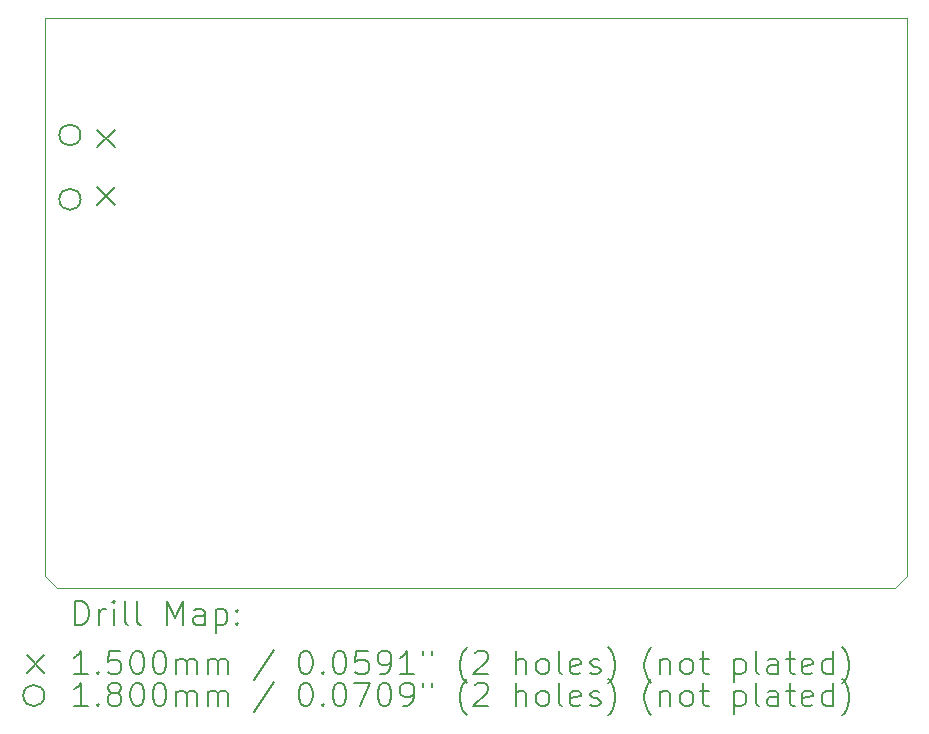
<source format=gbr>
%TF.GenerationSoftware,KiCad,Pcbnew,8.0.6*%
%TF.CreationDate,2024-11-03T10:52:28+01:00*%
%TF.ProjectId,pico_piano,7069636f-5f70-4696-916e-6f2e6b696361,rev?*%
%TF.SameCoordinates,Original*%
%TF.FileFunction,Drillmap*%
%TF.FilePolarity,Positive*%
%FSLAX45Y45*%
G04 Gerber Fmt 4.5, Leading zero omitted, Abs format (unit mm)*
G04 Created by KiCad (PCBNEW 8.0.6) date 2024-11-03 10:52:28*
%MOMM*%
%LPD*%
G01*
G04 APERTURE LIST*
%ADD10C,0.050000*%
%ADD11C,0.200000*%
%ADD12C,0.150000*%
%ADD13C,0.180000*%
G04 APERTURE END LIST*
D10*
X17550000Y-3125000D02*
X17550000Y-3200000D01*
X10250000Y-3125000D02*
X17550000Y-3125000D01*
X10250000Y-3200000D02*
X10250000Y-3125000D01*
X10250000Y-5750000D02*
X10250000Y-7850000D01*
X10250000Y-7850000D02*
X10350000Y-7950000D01*
X17450000Y-7950000D02*
X10350000Y-7950000D01*
X17550000Y-7850000D02*
X17550000Y-3200000D01*
X17450000Y-7950000D02*
X17550000Y-7850000D01*
X10250000Y-5750000D02*
X10250000Y-3200000D01*
D11*
D12*
X10691000Y-4071500D02*
X10841000Y-4221500D01*
X10841000Y-4071500D02*
X10691000Y-4221500D01*
X10691000Y-4556500D02*
X10841000Y-4706500D01*
X10841000Y-4556500D02*
X10691000Y-4706500D01*
D13*
X10553000Y-4116500D02*
G75*
G02*
X10373000Y-4116500I-90000J0D01*
G01*
X10373000Y-4116500D02*
G75*
G02*
X10553000Y-4116500I90000J0D01*
G01*
X10553000Y-4661500D02*
G75*
G02*
X10373000Y-4661500I-90000J0D01*
G01*
X10373000Y-4661500D02*
G75*
G02*
X10553000Y-4661500I90000J0D01*
G01*
D11*
X10508277Y-8263984D02*
X10508277Y-8063984D01*
X10508277Y-8063984D02*
X10555896Y-8063984D01*
X10555896Y-8063984D02*
X10584467Y-8073508D01*
X10584467Y-8073508D02*
X10603515Y-8092555D01*
X10603515Y-8092555D02*
X10613039Y-8111603D01*
X10613039Y-8111603D02*
X10622563Y-8149698D01*
X10622563Y-8149698D02*
X10622563Y-8178269D01*
X10622563Y-8178269D02*
X10613039Y-8216365D01*
X10613039Y-8216365D02*
X10603515Y-8235412D01*
X10603515Y-8235412D02*
X10584467Y-8254460D01*
X10584467Y-8254460D02*
X10555896Y-8263984D01*
X10555896Y-8263984D02*
X10508277Y-8263984D01*
X10708277Y-8263984D02*
X10708277Y-8130650D01*
X10708277Y-8168746D02*
X10717801Y-8149698D01*
X10717801Y-8149698D02*
X10727324Y-8140174D01*
X10727324Y-8140174D02*
X10746372Y-8130650D01*
X10746372Y-8130650D02*
X10765420Y-8130650D01*
X10832086Y-8263984D02*
X10832086Y-8130650D01*
X10832086Y-8063984D02*
X10822563Y-8073508D01*
X10822563Y-8073508D02*
X10832086Y-8083031D01*
X10832086Y-8083031D02*
X10841610Y-8073508D01*
X10841610Y-8073508D02*
X10832086Y-8063984D01*
X10832086Y-8063984D02*
X10832086Y-8083031D01*
X10955896Y-8263984D02*
X10936848Y-8254460D01*
X10936848Y-8254460D02*
X10927324Y-8235412D01*
X10927324Y-8235412D02*
X10927324Y-8063984D01*
X11060658Y-8263984D02*
X11041610Y-8254460D01*
X11041610Y-8254460D02*
X11032086Y-8235412D01*
X11032086Y-8235412D02*
X11032086Y-8063984D01*
X11289229Y-8263984D02*
X11289229Y-8063984D01*
X11289229Y-8063984D02*
X11355896Y-8206841D01*
X11355896Y-8206841D02*
X11422562Y-8063984D01*
X11422562Y-8063984D02*
X11422562Y-8263984D01*
X11603515Y-8263984D02*
X11603515Y-8159222D01*
X11603515Y-8159222D02*
X11593991Y-8140174D01*
X11593991Y-8140174D02*
X11574943Y-8130650D01*
X11574943Y-8130650D02*
X11536848Y-8130650D01*
X11536848Y-8130650D02*
X11517801Y-8140174D01*
X11603515Y-8254460D02*
X11584467Y-8263984D01*
X11584467Y-8263984D02*
X11536848Y-8263984D01*
X11536848Y-8263984D02*
X11517801Y-8254460D01*
X11517801Y-8254460D02*
X11508277Y-8235412D01*
X11508277Y-8235412D02*
X11508277Y-8216365D01*
X11508277Y-8216365D02*
X11517801Y-8197317D01*
X11517801Y-8197317D02*
X11536848Y-8187793D01*
X11536848Y-8187793D02*
X11584467Y-8187793D01*
X11584467Y-8187793D02*
X11603515Y-8178269D01*
X11698753Y-8130650D02*
X11698753Y-8330650D01*
X11698753Y-8140174D02*
X11717801Y-8130650D01*
X11717801Y-8130650D02*
X11755896Y-8130650D01*
X11755896Y-8130650D02*
X11774943Y-8140174D01*
X11774943Y-8140174D02*
X11784467Y-8149698D01*
X11784467Y-8149698D02*
X11793991Y-8168746D01*
X11793991Y-8168746D02*
X11793991Y-8225888D01*
X11793991Y-8225888D02*
X11784467Y-8244936D01*
X11784467Y-8244936D02*
X11774943Y-8254460D01*
X11774943Y-8254460D02*
X11755896Y-8263984D01*
X11755896Y-8263984D02*
X11717801Y-8263984D01*
X11717801Y-8263984D02*
X11698753Y-8254460D01*
X11879705Y-8244936D02*
X11889229Y-8254460D01*
X11889229Y-8254460D02*
X11879705Y-8263984D01*
X11879705Y-8263984D02*
X11870182Y-8254460D01*
X11870182Y-8254460D02*
X11879705Y-8244936D01*
X11879705Y-8244936D02*
X11879705Y-8263984D01*
X11879705Y-8140174D02*
X11889229Y-8149698D01*
X11889229Y-8149698D02*
X11879705Y-8159222D01*
X11879705Y-8159222D02*
X11870182Y-8149698D01*
X11870182Y-8149698D02*
X11879705Y-8140174D01*
X11879705Y-8140174D02*
X11879705Y-8159222D01*
D12*
X10097500Y-8517500D02*
X10247500Y-8667500D01*
X10247500Y-8517500D02*
X10097500Y-8667500D01*
D11*
X10613039Y-8683984D02*
X10498753Y-8683984D01*
X10555896Y-8683984D02*
X10555896Y-8483984D01*
X10555896Y-8483984D02*
X10536848Y-8512555D01*
X10536848Y-8512555D02*
X10517801Y-8531603D01*
X10517801Y-8531603D02*
X10498753Y-8541127D01*
X10698753Y-8664936D02*
X10708277Y-8674460D01*
X10708277Y-8674460D02*
X10698753Y-8683984D01*
X10698753Y-8683984D02*
X10689229Y-8674460D01*
X10689229Y-8674460D02*
X10698753Y-8664936D01*
X10698753Y-8664936D02*
X10698753Y-8683984D01*
X10889229Y-8483984D02*
X10793991Y-8483984D01*
X10793991Y-8483984D02*
X10784467Y-8579222D01*
X10784467Y-8579222D02*
X10793991Y-8569698D01*
X10793991Y-8569698D02*
X10813039Y-8560174D01*
X10813039Y-8560174D02*
X10860658Y-8560174D01*
X10860658Y-8560174D02*
X10879705Y-8569698D01*
X10879705Y-8569698D02*
X10889229Y-8579222D01*
X10889229Y-8579222D02*
X10898753Y-8598270D01*
X10898753Y-8598270D02*
X10898753Y-8645889D01*
X10898753Y-8645889D02*
X10889229Y-8664936D01*
X10889229Y-8664936D02*
X10879705Y-8674460D01*
X10879705Y-8674460D02*
X10860658Y-8683984D01*
X10860658Y-8683984D02*
X10813039Y-8683984D01*
X10813039Y-8683984D02*
X10793991Y-8674460D01*
X10793991Y-8674460D02*
X10784467Y-8664936D01*
X11022563Y-8483984D02*
X11041610Y-8483984D01*
X11041610Y-8483984D02*
X11060658Y-8493508D01*
X11060658Y-8493508D02*
X11070182Y-8503031D01*
X11070182Y-8503031D02*
X11079705Y-8522079D01*
X11079705Y-8522079D02*
X11089229Y-8560174D01*
X11089229Y-8560174D02*
X11089229Y-8607793D01*
X11089229Y-8607793D02*
X11079705Y-8645889D01*
X11079705Y-8645889D02*
X11070182Y-8664936D01*
X11070182Y-8664936D02*
X11060658Y-8674460D01*
X11060658Y-8674460D02*
X11041610Y-8683984D01*
X11041610Y-8683984D02*
X11022563Y-8683984D01*
X11022563Y-8683984D02*
X11003515Y-8674460D01*
X11003515Y-8674460D02*
X10993991Y-8664936D01*
X10993991Y-8664936D02*
X10984467Y-8645889D01*
X10984467Y-8645889D02*
X10974944Y-8607793D01*
X10974944Y-8607793D02*
X10974944Y-8560174D01*
X10974944Y-8560174D02*
X10984467Y-8522079D01*
X10984467Y-8522079D02*
X10993991Y-8503031D01*
X10993991Y-8503031D02*
X11003515Y-8493508D01*
X11003515Y-8493508D02*
X11022563Y-8483984D01*
X11213039Y-8483984D02*
X11232086Y-8483984D01*
X11232086Y-8483984D02*
X11251134Y-8493508D01*
X11251134Y-8493508D02*
X11260658Y-8503031D01*
X11260658Y-8503031D02*
X11270182Y-8522079D01*
X11270182Y-8522079D02*
X11279705Y-8560174D01*
X11279705Y-8560174D02*
X11279705Y-8607793D01*
X11279705Y-8607793D02*
X11270182Y-8645889D01*
X11270182Y-8645889D02*
X11260658Y-8664936D01*
X11260658Y-8664936D02*
X11251134Y-8674460D01*
X11251134Y-8674460D02*
X11232086Y-8683984D01*
X11232086Y-8683984D02*
X11213039Y-8683984D01*
X11213039Y-8683984D02*
X11193991Y-8674460D01*
X11193991Y-8674460D02*
X11184467Y-8664936D01*
X11184467Y-8664936D02*
X11174944Y-8645889D01*
X11174944Y-8645889D02*
X11165420Y-8607793D01*
X11165420Y-8607793D02*
X11165420Y-8560174D01*
X11165420Y-8560174D02*
X11174944Y-8522079D01*
X11174944Y-8522079D02*
X11184467Y-8503031D01*
X11184467Y-8503031D02*
X11193991Y-8493508D01*
X11193991Y-8493508D02*
X11213039Y-8483984D01*
X11365420Y-8683984D02*
X11365420Y-8550650D01*
X11365420Y-8569698D02*
X11374943Y-8560174D01*
X11374943Y-8560174D02*
X11393991Y-8550650D01*
X11393991Y-8550650D02*
X11422563Y-8550650D01*
X11422563Y-8550650D02*
X11441610Y-8560174D01*
X11441610Y-8560174D02*
X11451134Y-8579222D01*
X11451134Y-8579222D02*
X11451134Y-8683984D01*
X11451134Y-8579222D02*
X11460658Y-8560174D01*
X11460658Y-8560174D02*
X11479705Y-8550650D01*
X11479705Y-8550650D02*
X11508277Y-8550650D01*
X11508277Y-8550650D02*
X11527324Y-8560174D01*
X11527324Y-8560174D02*
X11536848Y-8579222D01*
X11536848Y-8579222D02*
X11536848Y-8683984D01*
X11632086Y-8683984D02*
X11632086Y-8550650D01*
X11632086Y-8569698D02*
X11641610Y-8560174D01*
X11641610Y-8560174D02*
X11660658Y-8550650D01*
X11660658Y-8550650D02*
X11689229Y-8550650D01*
X11689229Y-8550650D02*
X11708277Y-8560174D01*
X11708277Y-8560174D02*
X11717801Y-8579222D01*
X11717801Y-8579222D02*
X11717801Y-8683984D01*
X11717801Y-8579222D02*
X11727324Y-8560174D01*
X11727324Y-8560174D02*
X11746372Y-8550650D01*
X11746372Y-8550650D02*
X11774943Y-8550650D01*
X11774943Y-8550650D02*
X11793991Y-8560174D01*
X11793991Y-8560174D02*
X11803515Y-8579222D01*
X11803515Y-8579222D02*
X11803515Y-8683984D01*
X12193991Y-8474460D02*
X12022563Y-8731603D01*
X12451134Y-8483984D02*
X12470182Y-8483984D01*
X12470182Y-8483984D02*
X12489229Y-8493508D01*
X12489229Y-8493508D02*
X12498753Y-8503031D01*
X12498753Y-8503031D02*
X12508277Y-8522079D01*
X12508277Y-8522079D02*
X12517801Y-8560174D01*
X12517801Y-8560174D02*
X12517801Y-8607793D01*
X12517801Y-8607793D02*
X12508277Y-8645889D01*
X12508277Y-8645889D02*
X12498753Y-8664936D01*
X12498753Y-8664936D02*
X12489229Y-8674460D01*
X12489229Y-8674460D02*
X12470182Y-8683984D01*
X12470182Y-8683984D02*
X12451134Y-8683984D01*
X12451134Y-8683984D02*
X12432086Y-8674460D01*
X12432086Y-8674460D02*
X12422563Y-8664936D01*
X12422563Y-8664936D02*
X12413039Y-8645889D01*
X12413039Y-8645889D02*
X12403515Y-8607793D01*
X12403515Y-8607793D02*
X12403515Y-8560174D01*
X12403515Y-8560174D02*
X12413039Y-8522079D01*
X12413039Y-8522079D02*
X12422563Y-8503031D01*
X12422563Y-8503031D02*
X12432086Y-8493508D01*
X12432086Y-8493508D02*
X12451134Y-8483984D01*
X12603515Y-8664936D02*
X12613039Y-8674460D01*
X12613039Y-8674460D02*
X12603515Y-8683984D01*
X12603515Y-8683984D02*
X12593991Y-8674460D01*
X12593991Y-8674460D02*
X12603515Y-8664936D01*
X12603515Y-8664936D02*
X12603515Y-8683984D01*
X12736848Y-8483984D02*
X12755896Y-8483984D01*
X12755896Y-8483984D02*
X12774944Y-8493508D01*
X12774944Y-8493508D02*
X12784467Y-8503031D01*
X12784467Y-8503031D02*
X12793991Y-8522079D01*
X12793991Y-8522079D02*
X12803515Y-8560174D01*
X12803515Y-8560174D02*
X12803515Y-8607793D01*
X12803515Y-8607793D02*
X12793991Y-8645889D01*
X12793991Y-8645889D02*
X12784467Y-8664936D01*
X12784467Y-8664936D02*
X12774944Y-8674460D01*
X12774944Y-8674460D02*
X12755896Y-8683984D01*
X12755896Y-8683984D02*
X12736848Y-8683984D01*
X12736848Y-8683984D02*
X12717801Y-8674460D01*
X12717801Y-8674460D02*
X12708277Y-8664936D01*
X12708277Y-8664936D02*
X12698753Y-8645889D01*
X12698753Y-8645889D02*
X12689229Y-8607793D01*
X12689229Y-8607793D02*
X12689229Y-8560174D01*
X12689229Y-8560174D02*
X12698753Y-8522079D01*
X12698753Y-8522079D02*
X12708277Y-8503031D01*
X12708277Y-8503031D02*
X12717801Y-8493508D01*
X12717801Y-8493508D02*
X12736848Y-8483984D01*
X12984467Y-8483984D02*
X12889229Y-8483984D01*
X12889229Y-8483984D02*
X12879706Y-8579222D01*
X12879706Y-8579222D02*
X12889229Y-8569698D01*
X12889229Y-8569698D02*
X12908277Y-8560174D01*
X12908277Y-8560174D02*
X12955896Y-8560174D01*
X12955896Y-8560174D02*
X12974944Y-8569698D01*
X12974944Y-8569698D02*
X12984467Y-8579222D01*
X12984467Y-8579222D02*
X12993991Y-8598270D01*
X12993991Y-8598270D02*
X12993991Y-8645889D01*
X12993991Y-8645889D02*
X12984467Y-8664936D01*
X12984467Y-8664936D02*
X12974944Y-8674460D01*
X12974944Y-8674460D02*
X12955896Y-8683984D01*
X12955896Y-8683984D02*
X12908277Y-8683984D01*
X12908277Y-8683984D02*
X12889229Y-8674460D01*
X12889229Y-8674460D02*
X12879706Y-8664936D01*
X13089229Y-8683984D02*
X13127325Y-8683984D01*
X13127325Y-8683984D02*
X13146372Y-8674460D01*
X13146372Y-8674460D02*
X13155896Y-8664936D01*
X13155896Y-8664936D02*
X13174944Y-8636365D01*
X13174944Y-8636365D02*
X13184467Y-8598270D01*
X13184467Y-8598270D02*
X13184467Y-8522079D01*
X13184467Y-8522079D02*
X13174944Y-8503031D01*
X13174944Y-8503031D02*
X13165420Y-8493508D01*
X13165420Y-8493508D02*
X13146372Y-8483984D01*
X13146372Y-8483984D02*
X13108277Y-8483984D01*
X13108277Y-8483984D02*
X13089229Y-8493508D01*
X13089229Y-8493508D02*
X13079706Y-8503031D01*
X13079706Y-8503031D02*
X13070182Y-8522079D01*
X13070182Y-8522079D02*
X13070182Y-8569698D01*
X13070182Y-8569698D02*
X13079706Y-8588746D01*
X13079706Y-8588746D02*
X13089229Y-8598270D01*
X13089229Y-8598270D02*
X13108277Y-8607793D01*
X13108277Y-8607793D02*
X13146372Y-8607793D01*
X13146372Y-8607793D02*
X13165420Y-8598270D01*
X13165420Y-8598270D02*
X13174944Y-8588746D01*
X13174944Y-8588746D02*
X13184467Y-8569698D01*
X13374944Y-8683984D02*
X13260658Y-8683984D01*
X13317801Y-8683984D02*
X13317801Y-8483984D01*
X13317801Y-8483984D02*
X13298753Y-8512555D01*
X13298753Y-8512555D02*
X13279706Y-8531603D01*
X13279706Y-8531603D02*
X13260658Y-8541127D01*
X13451134Y-8483984D02*
X13451134Y-8522079D01*
X13527325Y-8483984D02*
X13527325Y-8522079D01*
X13822563Y-8760174D02*
X13813039Y-8750650D01*
X13813039Y-8750650D02*
X13793991Y-8722079D01*
X13793991Y-8722079D02*
X13784468Y-8703031D01*
X13784468Y-8703031D02*
X13774944Y-8674460D01*
X13774944Y-8674460D02*
X13765420Y-8626841D01*
X13765420Y-8626841D02*
X13765420Y-8588746D01*
X13765420Y-8588746D02*
X13774944Y-8541127D01*
X13774944Y-8541127D02*
X13784468Y-8512555D01*
X13784468Y-8512555D02*
X13793991Y-8493508D01*
X13793991Y-8493508D02*
X13813039Y-8464936D01*
X13813039Y-8464936D02*
X13822563Y-8455412D01*
X13889229Y-8503031D02*
X13898753Y-8493508D01*
X13898753Y-8493508D02*
X13917801Y-8483984D01*
X13917801Y-8483984D02*
X13965420Y-8483984D01*
X13965420Y-8483984D02*
X13984468Y-8493508D01*
X13984468Y-8493508D02*
X13993991Y-8503031D01*
X13993991Y-8503031D02*
X14003515Y-8522079D01*
X14003515Y-8522079D02*
X14003515Y-8541127D01*
X14003515Y-8541127D02*
X13993991Y-8569698D01*
X13993991Y-8569698D02*
X13879706Y-8683984D01*
X13879706Y-8683984D02*
X14003515Y-8683984D01*
X14241610Y-8683984D02*
X14241610Y-8483984D01*
X14327325Y-8683984D02*
X14327325Y-8579222D01*
X14327325Y-8579222D02*
X14317801Y-8560174D01*
X14317801Y-8560174D02*
X14298753Y-8550650D01*
X14298753Y-8550650D02*
X14270182Y-8550650D01*
X14270182Y-8550650D02*
X14251134Y-8560174D01*
X14251134Y-8560174D02*
X14241610Y-8569698D01*
X14451134Y-8683984D02*
X14432087Y-8674460D01*
X14432087Y-8674460D02*
X14422563Y-8664936D01*
X14422563Y-8664936D02*
X14413039Y-8645889D01*
X14413039Y-8645889D02*
X14413039Y-8588746D01*
X14413039Y-8588746D02*
X14422563Y-8569698D01*
X14422563Y-8569698D02*
X14432087Y-8560174D01*
X14432087Y-8560174D02*
X14451134Y-8550650D01*
X14451134Y-8550650D02*
X14479706Y-8550650D01*
X14479706Y-8550650D02*
X14498753Y-8560174D01*
X14498753Y-8560174D02*
X14508277Y-8569698D01*
X14508277Y-8569698D02*
X14517801Y-8588746D01*
X14517801Y-8588746D02*
X14517801Y-8645889D01*
X14517801Y-8645889D02*
X14508277Y-8664936D01*
X14508277Y-8664936D02*
X14498753Y-8674460D01*
X14498753Y-8674460D02*
X14479706Y-8683984D01*
X14479706Y-8683984D02*
X14451134Y-8683984D01*
X14632087Y-8683984D02*
X14613039Y-8674460D01*
X14613039Y-8674460D02*
X14603515Y-8655412D01*
X14603515Y-8655412D02*
X14603515Y-8483984D01*
X14784468Y-8674460D02*
X14765420Y-8683984D01*
X14765420Y-8683984D02*
X14727325Y-8683984D01*
X14727325Y-8683984D02*
X14708277Y-8674460D01*
X14708277Y-8674460D02*
X14698753Y-8655412D01*
X14698753Y-8655412D02*
X14698753Y-8579222D01*
X14698753Y-8579222D02*
X14708277Y-8560174D01*
X14708277Y-8560174D02*
X14727325Y-8550650D01*
X14727325Y-8550650D02*
X14765420Y-8550650D01*
X14765420Y-8550650D02*
X14784468Y-8560174D01*
X14784468Y-8560174D02*
X14793991Y-8579222D01*
X14793991Y-8579222D02*
X14793991Y-8598270D01*
X14793991Y-8598270D02*
X14698753Y-8617317D01*
X14870182Y-8674460D02*
X14889230Y-8683984D01*
X14889230Y-8683984D02*
X14927325Y-8683984D01*
X14927325Y-8683984D02*
X14946372Y-8674460D01*
X14946372Y-8674460D02*
X14955896Y-8655412D01*
X14955896Y-8655412D02*
X14955896Y-8645889D01*
X14955896Y-8645889D02*
X14946372Y-8626841D01*
X14946372Y-8626841D02*
X14927325Y-8617317D01*
X14927325Y-8617317D02*
X14898753Y-8617317D01*
X14898753Y-8617317D02*
X14879706Y-8607793D01*
X14879706Y-8607793D02*
X14870182Y-8588746D01*
X14870182Y-8588746D02*
X14870182Y-8579222D01*
X14870182Y-8579222D02*
X14879706Y-8560174D01*
X14879706Y-8560174D02*
X14898753Y-8550650D01*
X14898753Y-8550650D02*
X14927325Y-8550650D01*
X14927325Y-8550650D02*
X14946372Y-8560174D01*
X15022563Y-8760174D02*
X15032087Y-8750650D01*
X15032087Y-8750650D02*
X15051134Y-8722079D01*
X15051134Y-8722079D02*
X15060658Y-8703031D01*
X15060658Y-8703031D02*
X15070182Y-8674460D01*
X15070182Y-8674460D02*
X15079706Y-8626841D01*
X15079706Y-8626841D02*
X15079706Y-8588746D01*
X15079706Y-8588746D02*
X15070182Y-8541127D01*
X15070182Y-8541127D02*
X15060658Y-8512555D01*
X15060658Y-8512555D02*
X15051134Y-8493508D01*
X15051134Y-8493508D02*
X15032087Y-8464936D01*
X15032087Y-8464936D02*
X15022563Y-8455412D01*
X15384468Y-8760174D02*
X15374944Y-8750650D01*
X15374944Y-8750650D02*
X15355896Y-8722079D01*
X15355896Y-8722079D02*
X15346372Y-8703031D01*
X15346372Y-8703031D02*
X15336849Y-8674460D01*
X15336849Y-8674460D02*
X15327325Y-8626841D01*
X15327325Y-8626841D02*
X15327325Y-8588746D01*
X15327325Y-8588746D02*
X15336849Y-8541127D01*
X15336849Y-8541127D02*
X15346372Y-8512555D01*
X15346372Y-8512555D02*
X15355896Y-8493508D01*
X15355896Y-8493508D02*
X15374944Y-8464936D01*
X15374944Y-8464936D02*
X15384468Y-8455412D01*
X15460658Y-8550650D02*
X15460658Y-8683984D01*
X15460658Y-8569698D02*
X15470182Y-8560174D01*
X15470182Y-8560174D02*
X15489230Y-8550650D01*
X15489230Y-8550650D02*
X15517801Y-8550650D01*
X15517801Y-8550650D02*
X15536849Y-8560174D01*
X15536849Y-8560174D02*
X15546372Y-8579222D01*
X15546372Y-8579222D02*
X15546372Y-8683984D01*
X15670182Y-8683984D02*
X15651134Y-8674460D01*
X15651134Y-8674460D02*
X15641611Y-8664936D01*
X15641611Y-8664936D02*
X15632087Y-8645889D01*
X15632087Y-8645889D02*
X15632087Y-8588746D01*
X15632087Y-8588746D02*
X15641611Y-8569698D01*
X15641611Y-8569698D02*
X15651134Y-8560174D01*
X15651134Y-8560174D02*
X15670182Y-8550650D01*
X15670182Y-8550650D02*
X15698753Y-8550650D01*
X15698753Y-8550650D02*
X15717801Y-8560174D01*
X15717801Y-8560174D02*
X15727325Y-8569698D01*
X15727325Y-8569698D02*
X15736849Y-8588746D01*
X15736849Y-8588746D02*
X15736849Y-8645889D01*
X15736849Y-8645889D02*
X15727325Y-8664936D01*
X15727325Y-8664936D02*
X15717801Y-8674460D01*
X15717801Y-8674460D02*
X15698753Y-8683984D01*
X15698753Y-8683984D02*
X15670182Y-8683984D01*
X15793992Y-8550650D02*
X15870182Y-8550650D01*
X15822563Y-8483984D02*
X15822563Y-8655412D01*
X15822563Y-8655412D02*
X15832087Y-8674460D01*
X15832087Y-8674460D02*
X15851134Y-8683984D01*
X15851134Y-8683984D02*
X15870182Y-8683984D01*
X16089230Y-8550650D02*
X16089230Y-8750650D01*
X16089230Y-8560174D02*
X16108277Y-8550650D01*
X16108277Y-8550650D02*
X16146373Y-8550650D01*
X16146373Y-8550650D02*
X16165420Y-8560174D01*
X16165420Y-8560174D02*
X16174944Y-8569698D01*
X16174944Y-8569698D02*
X16184468Y-8588746D01*
X16184468Y-8588746D02*
X16184468Y-8645889D01*
X16184468Y-8645889D02*
X16174944Y-8664936D01*
X16174944Y-8664936D02*
X16165420Y-8674460D01*
X16165420Y-8674460D02*
X16146373Y-8683984D01*
X16146373Y-8683984D02*
X16108277Y-8683984D01*
X16108277Y-8683984D02*
X16089230Y-8674460D01*
X16298753Y-8683984D02*
X16279706Y-8674460D01*
X16279706Y-8674460D02*
X16270182Y-8655412D01*
X16270182Y-8655412D02*
X16270182Y-8483984D01*
X16460658Y-8683984D02*
X16460658Y-8579222D01*
X16460658Y-8579222D02*
X16451134Y-8560174D01*
X16451134Y-8560174D02*
X16432087Y-8550650D01*
X16432087Y-8550650D02*
X16393992Y-8550650D01*
X16393992Y-8550650D02*
X16374944Y-8560174D01*
X16460658Y-8674460D02*
X16441611Y-8683984D01*
X16441611Y-8683984D02*
X16393992Y-8683984D01*
X16393992Y-8683984D02*
X16374944Y-8674460D01*
X16374944Y-8674460D02*
X16365420Y-8655412D01*
X16365420Y-8655412D02*
X16365420Y-8636365D01*
X16365420Y-8636365D02*
X16374944Y-8617317D01*
X16374944Y-8617317D02*
X16393992Y-8607793D01*
X16393992Y-8607793D02*
X16441611Y-8607793D01*
X16441611Y-8607793D02*
X16460658Y-8598270D01*
X16527325Y-8550650D02*
X16603515Y-8550650D01*
X16555896Y-8483984D02*
X16555896Y-8655412D01*
X16555896Y-8655412D02*
X16565420Y-8674460D01*
X16565420Y-8674460D02*
X16584468Y-8683984D01*
X16584468Y-8683984D02*
X16603515Y-8683984D01*
X16746373Y-8674460D02*
X16727325Y-8683984D01*
X16727325Y-8683984D02*
X16689230Y-8683984D01*
X16689230Y-8683984D02*
X16670182Y-8674460D01*
X16670182Y-8674460D02*
X16660658Y-8655412D01*
X16660658Y-8655412D02*
X16660658Y-8579222D01*
X16660658Y-8579222D02*
X16670182Y-8560174D01*
X16670182Y-8560174D02*
X16689230Y-8550650D01*
X16689230Y-8550650D02*
X16727325Y-8550650D01*
X16727325Y-8550650D02*
X16746373Y-8560174D01*
X16746373Y-8560174D02*
X16755896Y-8579222D01*
X16755896Y-8579222D02*
X16755896Y-8598270D01*
X16755896Y-8598270D02*
X16660658Y-8617317D01*
X16927325Y-8683984D02*
X16927325Y-8483984D01*
X16927325Y-8674460D02*
X16908277Y-8683984D01*
X16908277Y-8683984D02*
X16870182Y-8683984D01*
X16870182Y-8683984D02*
X16851135Y-8674460D01*
X16851135Y-8674460D02*
X16841611Y-8664936D01*
X16841611Y-8664936D02*
X16832087Y-8645889D01*
X16832087Y-8645889D02*
X16832087Y-8588746D01*
X16832087Y-8588746D02*
X16841611Y-8569698D01*
X16841611Y-8569698D02*
X16851135Y-8560174D01*
X16851135Y-8560174D02*
X16870182Y-8550650D01*
X16870182Y-8550650D02*
X16908277Y-8550650D01*
X16908277Y-8550650D02*
X16927325Y-8560174D01*
X17003516Y-8760174D02*
X17013039Y-8750650D01*
X17013039Y-8750650D02*
X17032087Y-8722079D01*
X17032087Y-8722079D02*
X17041611Y-8703031D01*
X17041611Y-8703031D02*
X17051135Y-8674460D01*
X17051135Y-8674460D02*
X17060658Y-8626841D01*
X17060658Y-8626841D02*
X17060658Y-8588746D01*
X17060658Y-8588746D02*
X17051135Y-8541127D01*
X17051135Y-8541127D02*
X17041611Y-8512555D01*
X17041611Y-8512555D02*
X17032087Y-8493508D01*
X17032087Y-8493508D02*
X17013039Y-8464936D01*
X17013039Y-8464936D02*
X17003516Y-8455412D01*
D13*
X10247500Y-8862500D02*
G75*
G02*
X10067500Y-8862500I-90000J0D01*
G01*
X10067500Y-8862500D02*
G75*
G02*
X10247500Y-8862500I90000J0D01*
G01*
D11*
X10613039Y-8953984D02*
X10498753Y-8953984D01*
X10555896Y-8953984D02*
X10555896Y-8753984D01*
X10555896Y-8753984D02*
X10536848Y-8782555D01*
X10536848Y-8782555D02*
X10517801Y-8801603D01*
X10517801Y-8801603D02*
X10498753Y-8811127D01*
X10698753Y-8934936D02*
X10708277Y-8944460D01*
X10708277Y-8944460D02*
X10698753Y-8953984D01*
X10698753Y-8953984D02*
X10689229Y-8944460D01*
X10689229Y-8944460D02*
X10698753Y-8934936D01*
X10698753Y-8934936D02*
X10698753Y-8953984D01*
X10822563Y-8839698D02*
X10803515Y-8830174D01*
X10803515Y-8830174D02*
X10793991Y-8820650D01*
X10793991Y-8820650D02*
X10784467Y-8801603D01*
X10784467Y-8801603D02*
X10784467Y-8792079D01*
X10784467Y-8792079D02*
X10793991Y-8773031D01*
X10793991Y-8773031D02*
X10803515Y-8763508D01*
X10803515Y-8763508D02*
X10822563Y-8753984D01*
X10822563Y-8753984D02*
X10860658Y-8753984D01*
X10860658Y-8753984D02*
X10879705Y-8763508D01*
X10879705Y-8763508D02*
X10889229Y-8773031D01*
X10889229Y-8773031D02*
X10898753Y-8792079D01*
X10898753Y-8792079D02*
X10898753Y-8801603D01*
X10898753Y-8801603D02*
X10889229Y-8820650D01*
X10889229Y-8820650D02*
X10879705Y-8830174D01*
X10879705Y-8830174D02*
X10860658Y-8839698D01*
X10860658Y-8839698D02*
X10822563Y-8839698D01*
X10822563Y-8839698D02*
X10803515Y-8849222D01*
X10803515Y-8849222D02*
X10793991Y-8858746D01*
X10793991Y-8858746D02*
X10784467Y-8877793D01*
X10784467Y-8877793D02*
X10784467Y-8915889D01*
X10784467Y-8915889D02*
X10793991Y-8934936D01*
X10793991Y-8934936D02*
X10803515Y-8944460D01*
X10803515Y-8944460D02*
X10822563Y-8953984D01*
X10822563Y-8953984D02*
X10860658Y-8953984D01*
X10860658Y-8953984D02*
X10879705Y-8944460D01*
X10879705Y-8944460D02*
X10889229Y-8934936D01*
X10889229Y-8934936D02*
X10898753Y-8915889D01*
X10898753Y-8915889D02*
X10898753Y-8877793D01*
X10898753Y-8877793D02*
X10889229Y-8858746D01*
X10889229Y-8858746D02*
X10879705Y-8849222D01*
X10879705Y-8849222D02*
X10860658Y-8839698D01*
X11022563Y-8753984D02*
X11041610Y-8753984D01*
X11041610Y-8753984D02*
X11060658Y-8763508D01*
X11060658Y-8763508D02*
X11070182Y-8773031D01*
X11070182Y-8773031D02*
X11079705Y-8792079D01*
X11079705Y-8792079D02*
X11089229Y-8830174D01*
X11089229Y-8830174D02*
X11089229Y-8877793D01*
X11089229Y-8877793D02*
X11079705Y-8915889D01*
X11079705Y-8915889D02*
X11070182Y-8934936D01*
X11070182Y-8934936D02*
X11060658Y-8944460D01*
X11060658Y-8944460D02*
X11041610Y-8953984D01*
X11041610Y-8953984D02*
X11022563Y-8953984D01*
X11022563Y-8953984D02*
X11003515Y-8944460D01*
X11003515Y-8944460D02*
X10993991Y-8934936D01*
X10993991Y-8934936D02*
X10984467Y-8915889D01*
X10984467Y-8915889D02*
X10974944Y-8877793D01*
X10974944Y-8877793D02*
X10974944Y-8830174D01*
X10974944Y-8830174D02*
X10984467Y-8792079D01*
X10984467Y-8792079D02*
X10993991Y-8773031D01*
X10993991Y-8773031D02*
X11003515Y-8763508D01*
X11003515Y-8763508D02*
X11022563Y-8753984D01*
X11213039Y-8753984D02*
X11232086Y-8753984D01*
X11232086Y-8753984D02*
X11251134Y-8763508D01*
X11251134Y-8763508D02*
X11260658Y-8773031D01*
X11260658Y-8773031D02*
X11270182Y-8792079D01*
X11270182Y-8792079D02*
X11279705Y-8830174D01*
X11279705Y-8830174D02*
X11279705Y-8877793D01*
X11279705Y-8877793D02*
X11270182Y-8915889D01*
X11270182Y-8915889D02*
X11260658Y-8934936D01*
X11260658Y-8934936D02*
X11251134Y-8944460D01*
X11251134Y-8944460D02*
X11232086Y-8953984D01*
X11232086Y-8953984D02*
X11213039Y-8953984D01*
X11213039Y-8953984D02*
X11193991Y-8944460D01*
X11193991Y-8944460D02*
X11184467Y-8934936D01*
X11184467Y-8934936D02*
X11174944Y-8915889D01*
X11174944Y-8915889D02*
X11165420Y-8877793D01*
X11165420Y-8877793D02*
X11165420Y-8830174D01*
X11165420Y-8830174D02*
X11174944Y-8792079D01*
X11174944Y-8792079D02*
X11184467Y-8773031D01*
X11184467Y-8773031D02*
X11193991Y-8763508D01*
X11193991Y-8763508D02*
X11213039Y-8753984D01*
X11365420Y-8953984D02*
X11365420Y-8820650D01*
X11365420Y-8839698D02*
X11374943Y-8830174D01*
X11374943Y-8830174D02*
X11393991Y-8820650D01*
X11393991Y-8820650D02*
X11422563Y-8820650D01*
X11422563Y-8820650D02*
X11441610Y-8830174D01*
X11441610Y-8830174D02*
X11451134Y-8849222D01*
X11451134Y-8849222D02*
X11451134Y-8953984D01*
X11451134Y-8849222D02*
X11460658Y-8830174D01*
X11460658Y-8830174D02*
X11479705Y-8820650D01*
X11479705Y-8820650D02*
X11508277Y-8820650D01*
X11508277Y-8820650D02*
X11527324Y-8830174D01*
X11527324Y-8830174D02*
X11536848Y-8849222D01*
X11536848Y-8849222D02*
X11536848Y-8953984D01*
X11632086Y-8953984D02*
X11632086Y-8820650D01*
X11632086Y-8839698D02*
X11641610Y-8830174D01*
X11641610Y-8830174D02*
X11660658Y-8820650D01*
X11660658Y-8820650D02*
X11689229Y-8820650D01*
X11689229Y-8820650D02*
X11708277Y-8830174D01*
X11708277Y-8830174D02*
X11717801Y-8849222D01*
X11717801Y-8849222D02*
X11717801Y-8953984D01*
X11717801Y-8849222D02*
X11727324Y-8830174D01*
X11727324Y-8830174D02*
X11746372Y-8820650D01*
X11746372Y-8820650D02*
X11774943Y-8820650D01*
X11774943Y-8820650D02*
X11793991Y-8830174D01*
X11793991Y-8830174D02*
X11803515Y-8849222D01*
X11803515Y-8849222D02*
X11803515Y-8953984D01*
X12193991Y-8744460D02*
X12022563Y-9001603D01*
X12451134Y-8753984D02*
X12470182Y-8753984D01*
X12470182Y-8753984D02*
X12489229Y-8763508D01*
X12489229Y-8763508D02*
X12498753Y-8773031D01*
X12498753Y-8773031D02*
X12508277Y-8792079D01*
X12508277Y-8792079D02*
X12517801Y-8830174D01*
X12517801Y-8830174D02*
X12517801Y-8877793D01*
X12517801Y-8877793D02*
X12508277Y-8915889D01*
X12508277Y-8915889D02*
X12498753Y-8934936D01*
X12498753Y-8934936D02*
X12489229Y-8944460D01*
X12489229Y-8944460D02*
X12470182Y-8953984D01*
X12470182Y-8953984D02*
X12451134Y-8953984D01*
X12451134Y-8953984D02*
X12432086Y-8944460D01*
X12432086Y-8944460D02*
X12422563Y-8934936D01*
X12422563Y-8934936D02*
X12413039Y-8915889D01*
X12413039Y-8915889D02*
X12403515Y-8877793D01*
X12403515Y-8877793D02*
X12403515Y-8830174D01*
X12403515Y-8830174D02*
X12413039Y-8792079D01*
X12413039Y-8792079D02*
X12422563Y-8773031D01*
X12422563Y-8773031D02*
X12432086Y-8763508D01*
X12432086Y-8763508D02*
X12451134Y-8753984D01*
X12603515Y-8934936D02*
X12613039Y-8944460D01*
X12613039Y-8944460D02*
X12603515Y-8953984D01*
X12603515Y-8953984D02*
X12593991Y-8944460D01*
X12593991Y-8944460D02*
X12603515Y-8934936D01*
X12603515Y-8934936D02*
X12603515Y-8953984D01*
X12736848Y-8753984D02*
X12755896Y-8753984D01*
X12755896Y-8753984D02*
X12774944Y-8763508D01*
X12774944Y-8763508D02*
X12784467Y-8773031D01*
X12784467Y-8773031D02*
X12793991Y-8792079D01*
X12793991Y-8792079D02*
X12803515Y-8830174D01*
X12803515Y-8830174D02*
X12803515Y-8877793D01*
X12803515Y-8877793D02*
X12793991Y-8915889D01*
X12793991Y-8915889D02*
X12784467Y-8934936D01*
X12784467Y-8934936D02*
X12774944Y-8944460D01*
X12774944Y-8944460D02*
X12755896Y-8953984D01*
X12755896Y-8953984D02*
X12736848Y-8953984D01*
X12736848Y-8953984D02*
X12717801Y-8944460D01*
X12717801Y-8944460D02*
X12708277Y-8934936D01*
X12708277Y-8934936D02*
X12698753Y-8915889D01*
X12698753Y-8915889D02*
X12689229Y-8877793D01*
X12689229Y-8877793D02*
X12689229Y-8830174D01*
X12689229Y-8830174D02*
X12698753Y-8792079D01*
X12698753Y-8792079D02*
X12708277Y-8773031D01*
X12708277Y-8773031D02*
X12717801Y-8763508D01*
X12717801Y-8763508D02*
X12736848Y-8753984D01*
X12870182Y-8753984D02*
X13003515Y-8753984D01*
X13003515Y-8753984D02*
X12917801Y-8953984D01*
X13117801Y-8753984D02*
X13136848Y-8753984D01*
X13136848Y-8753984D02*
X13155896Y-8763508D01*
X13155896Y-8763508D02*
X13165420Y-8773031D01*
X13165420Y-8773031D02*
X13174944Y-8792079D01*
X13174944Y-8792079D02*
X13184467Y-8830174D01*
X13184467Y-8830174D02*
X13184467Y-8877793D01*
X13184467Y-8877793D02*
X13174944Y-8915889D01*
X13174944Y-8915889D02*
X13165420Y-8934936D01*
X13165420Y-8934936D02*
X13155896Y-8944460D01*
X13155896Y-8944460D02*
X13136848Y-8953984D01*
X13136848Y-8953984D02*
X13117801Y-8953984D01*
X13117801Y-8953984D02*
X13098753Y-8944460D01*
X13098753Y-8944460D02*
X13089229Y-8934936D01*
X13089229Y-8934936D02*
X13079706Y-8915889D01*
X13079706Y-8915889D02*
X13070182Y-8877793D01*
X13070182Y-8877793D02*
X13070182Y-8830174D01*
X13070182Y-8830174D02*
X13079706Y-8792079D01*
X13079706Y-8792079D02*
X13089229Y-8773031D01*
X13089229Y-8773031D02*
X13098753Y-8763508D01*
X13098753Y-8763508D02*
X13117801Y-8753984D01*
X13279706Y-8953984D02*
X13317801Y-8953984D01*
X13317801Y-8953984D02*
X13336848Y-8944460D01*
X13336848Y-8944460D02*
X13346372Y-8934936D01*
X13346372Y-8934936D02*
X13365420Y-8906365D01*
X13365420Y-8906365D02*
X13374944Y-8868270D01*
X13374944Y-8868270D02*
X13374944Y-8792079D01*
X13374944Y-8792079D02*
X13365420Y-8773031D01*
X13365420Y-8773031D02*
X13355896Y-8763508D01*
X13355896Y-8763508D02*
X13336848Y-8753984D01*
X13336848Y-8753984D02*
X13298753Y-8753984D01*
X13298753Y-8753984D02*
X13279706Y-8763508D01*
X13279706Y-8763508D02*
X13270182Y-8773031D01*
X13270182Y-8773031D02*
X13260658Y-8792079D01*
X13260658Y-8792079D02*
X13260658Y-8839698D01*
X13260658Y-8839698D02*
X13270182Y-8858746D01*
X13270182Y-8858746D02*
X13279706Y-8868270D01*
X13279706Y-8868270D02*
X13298753Y-8877793D01*
X13298753Y-8877793D02*
X13336848Y-8877793D01*
X13336848Y-8877793D02*
X13355896Y-8868270D01*
X13355896Y-8868270D02*
X13365420Y-8858746D01*
X13365420Y-8858746D02*
X13374944Y-8839698D01*
X13451134Y-8753984D02*
X13451134Y-8792079D01*
X13527325Y-8753984D02*
X13527325Y-8792079D01*
X13822563Y-9030174D02*
X13813039Y-9020650D01*
X13813039Y-9020650D02*
X13793991Y-8992079D01*
X13793991Y-8992079D02*
X13784468Y-8973031D01*
X13784468Y-8973031D02*
X13774944Y-8944460D01*
X13774944Y-8944460D02*
X13765420Y-8896841D01*
X13765420Y-8896841D02*
X13765420Y-8858746D01*
X13765420Y-8858746D02*
X13774944Y-8811127D01*
X13774944Y-8811127D02*
X13784468Y-8782555D01*
X13784468Y-8782555D02*
X13793991Y-8763508D01*
X13793991Y-8763508D02*
X13813039Y-8734936D01*
X13813039Y-8734936D02*
X13822563Y-8725412D01*
X13889229Y-8773031D02*
X13898753Y-8763508D01*
X13898753Y-8763508D02*
X13917801Y-8753984D01*
X13917801Y-8753984D02*
X13965420Y-8753984D01*
X13965420Y-8753984D02*
X13984468Y-8763508D01*
X13984468Y-8763508D02*
X13993991Y-8773031D01*
X13993991Y-8773031D02*
X14003515Y-8792079D01*
X14003515Y-8792079D02*
X14003515Y-8811127D01*
X14003515Y-8811127D02*
X13993991Y-8839698D01*
X13993991Y-8839698D02*
X13879706Y-8953984D01*
X13879706Y-8953984D02*
X14003515Y-8953984D01*
X14241610Y-8953984D02*
X14241610Y-8753984D01*
X14327325Y-8953984D02*
X14327325Y-8849222D01*
X14327325Y-8849222D02*
X14317801Y-8830174D01*
X14317801Y-8830174D02*
X14298753Y-8820650D01*
X14298753Y-8820650D02*
X14270182Y-8820650D01*
X14270182Y-8820650D02*
X14251134Y-8830174D01*
X14251134Y-8830174D02*
X14241610Y-8839698D01*
X14451134Y-8953984D02*
X14432087Y-8944460D01*
X14432087Y-8944460D02*
X14422563Y-8934936D01*
X14422563Y-8934936D02*
X14413039Y-8915889D01*
X14413039Y-8915889D02*
X14413039Y-8858746D01*
X14413039Y-8858746D02*
X14422563Y-8839698D01*
X14422563Y-8839698D02*
X14432087Y-8830174D01*
X14432087Y-8830174D02*
X14451134Y-8820650D01*
X14451134Y-8820650D02*
X14479706Y-8820650D01*
X14479706Y-8820650D02*
X14498753Y-8830174D01*
X14498753Y-8830174D02*
X14508277Y-8839698D01*
X14508277Y-8839698D02*
X14517801Y-8858746D01*
X14517801Y-8858746D02*
X14517801Y-8915889D01*
X14517801Y-8915889D02*
X14508277Y-8934936D01*
X14508277Y-8934936D02*
X14498753Y-8944460D01*
X14498753Y-8944460D02*
X14479706Y-8953984D01*
X14479706Y-8953984D02*
X14451134Y-8953984D01*
X14632087Y-8953984D02*
X14613039Y-8944460D01*
X14613039Y-8944460D02*
X14603515Y-8925412D01*
X14603515Y-8925412D02*
X14603515Y-8753984D01*
X14784468Y-8944460D02*
X14765420Y-8953984D01*
X14765420Y-8953984D02*
X14727325Y-8953984D01*
X14727325Y-8953984D02*
X14708277Y-8944460D01*
X14708277Y-8944460D02*
X14698753Y-8925412D01*
X14698753Y-8925412D02*
X14698753Y-8849222D01*
X14698753Y-8849222D02*
X14708277Y-8830174D01*
X14708277Y-8830174D02*
X14727325Y-8820650D01*
X14727325Y-8820650D02*
X14765420Y-8820650D01*
X14765420Y-8820650D02*
X14784468Y-8830174D01*
X14784468Y-8830174D02*
X14793991Y-8849222D01*
X14793991Y-8849222D02*
X14793991Y-8868270D01*
X14793991Y-8868270D02*
X14698753Y-8887317D01*
X14870182Y-8944460D02*
X14889230Y-8953984D01*
X14889230Y-8953984D02*
X14927325Y-8953984D01*
X14927325Y-8953984D02*
X14946372Y-8944460D01*
X14946372Y-8944460D02*
X14955896Y-8925412D01*
X14955896Y-8925412D02*
X14955896Y-8915889D01*
X14955896Y-8915889D02*
X14946372Y-8896841D01*
X14946372Y-8896841D02*
X14927325Y-8887317D01*
X14927325Y-8887317D02*
X14898753Y-8887317D01*
X14898753Y-8887317D02*
X14879706Y-8877793D01*
X14879706Y-8877793D02*
X14870182Y-8858746D01*
X14870182Y-8858746D02*
X14870182Y-8849222D01*
X14870182Y-8849222D02*
X14879706Y-8830174D01*
X14879706Y-8830174D02*
X14898753Y-8820650D01*
X14898753Y-8820650D02*
X14927325Y-8820650D01*
X14927325Y-8820650D02*
X14946372Y-8830174D01*
X15022563Y-9030174D02*
X15032087Y-9020650D01*
X15032087Y-9020650D02*
X15051134Y-8992079D01*
X15051134Y-8992079D02*
X15060658Y-8973031D01*
X15060658Y-8973031D02*
X15070182Y-8944460D01*
X15070182Y-8944460D02*
X15079706Y-8896841D01*
X15079706Y-8896841D02*
X15079706Y-8858746D01*
X15079706Y-8858746D02*
X15070182Y-8811127D01*
X15070182Y-8811127D02*
X15060658Y-8782555D01*
X15060658Y-8782555D02*
X15051134Y-8763508D01*
X15051134Y-8763508D02*
X15032087Y-8734936D01*
X15032087Y-8734936D02*
X15022563Y-8725412D01*
X15384468Y-9030174D02*
X15374944Y-9020650D01*
X15374944Y-9020650D02*
X15355896Y-8992079D01*
X15355896Y-8992079D02*
X15346372Y-8973031D01*
X15346372Y-8973031D02*
X15336849Y-8944460D01*
X15336849Y-8944460D02*
X15327325Y-8896841D01*
X15327325Y-8896841D02*
X15327325Y-8858746D01*
X15327325Y-8858746D02*
X15336849Y-8811127D01*
X15336849Y-8811127D02*
X15346372Y-8782555D01*
X15346372Y-8782555D02*
X15355896Y-8763508D01*
X15355896Y-8763508D02*
X15374944Y-8734936D01*
X15374944Y-8734936D02*
X15384468Y-8725412D01*
X15460658Y-8820650D02*
X15460658Y-8953984D01*
X15460658Y-8839698D02*
X15470182Y-8830174D01*
X15470182Y-8830174D02*
X15489230Y-8820650D01*
X15489230Y-8820650D02*
X15517801Y-8820650D01*
X15517801Y-8820650D02*
X15536849Y-8830174D01*
X15536849Y-8830174D02*
X15546372Y-8849222D01*
X15546372Y-8849222D02*
X15546372Y-8953984D01*
X15670182Y-8953984D02*
X15651134Y-8944460D01*
X15651134Y-8944460D02*
X15641611Y-8934936D01*
X15641611Y-8934936D02*
X15632087Y-8915889D01*
X15632087Y-8915889D02*
X15632087Y-8858746D01*
X15632087Y-8858746D02*
X15641611Y-8839698D01*
X15641611Y-8839698D02*
X15651134Y-8830174D01*
X15651134Y-8830174D02*
X15670182Y-8820650D01*
X15670182Y-8820650D02*
X15698753Y-8820650D01*
X15698753Y-8820650D02*
X15717801Y-8830174D01*
X15717801Y-8830174D02*
X15727325Y-8839698D01*
X15727325Y-8839698D02*
X15736849Y-8858746D01*
X15736849Y-8858746D02*
X15736849Y-8915889D01*
X15736849Y-8915889D02*
X15727325Y-8934936D01*
X15727325Y-8934936D02*
X15717801Y-8944460D01*
X15717801Y-8944460D02*
X15698753Y-8953984D01*
X15698753Y-8953984D02*
X15670182Y-8953984D01*
X15793992Y-8820650D02*
X15870182Y-8820650D01*
X15822563Y-8753984D02*
X15822563Y-8925412D01*
X15822563Y-8925412D02*
X15832087Y-8944460D01*
X15832087Y-8944460D02*
X15851134Y-8953984D01*
X15851134Y-8953984D02*
X15870182Y-8953984D01*
X16089230Y-8820650D02*
X16089230Y-9020650D01*
X16089230Y-8830174D02*
X16108277Y-8820650D01*
X16108277Y-8820650D02*
X16146373Y-8820650D01*
X16146373Y-8820650D02*
X16165420Y-8830174D01*
X16165420Y-8830174D02*
X16174944Y-8839698D01*
X16174944Y-8839698D02*
X16184468Y-8858746D01*
X16184468Y-8858746D02*
X16184468Y-8915889D01*
X16184468Y-8915889D02*
X16174944Y-8934936D01*
X16174944Y-8934936D02*
X16165420Y-8944460D01*
X16165420Y-8944460D02*
X16146373Y-8953984D01*
X16146373Y-8953984D02*
X16108277Y-8953984D01*
X16108277Y-8953984D02*
X16089230Y-8944460D01*
X16298753Y-8953984D02*
X16279706Y-8944460D01*
X16279706Y-8944460D02*
X16270182Y-8925412D01*
X16270182Y-8925412D02*
X16270182Y-8753984D01*
X16460658Y-8953984D02*
X16460658Y-8849222D01*
X16460658Y-8849222D02*
X16451134Y-8830174D01*
X16451134Y-8830174D02*
X16432087Y-8820650D01*
X16432087Y-8820650D02*
X16393992Y-8820650D01*
X16393992Y-8820650D02*
X16374944Y-8830174D01*
X16460658Y-8944460D02*
X16441611Y-8953984D01*
X16441611Y-8953984D02*
X16393992Y-8953984D01*
X16393992Y-8953984D02*
X16374944Y-8944460D01*
X16374944Y-8944460D02*
X16365420Y-8925412D01*
X16365420Y-8925412D02*
X16365420Y-8906365D01*
X16365420Y-8906365D02*
X16374944Y-8887317D01*
X16374944Y-8887317D02*
X16393992Y-8877793D01*
X16393992Y-8877793D02*
X16441611Y-8877793D01*
X16441611Y-8877793D02*
X16460658Y-8868270D01*
X16527325Y-8820650D02*
X16603515Y-8820650D01*
X16555896Y-8753984D02*
X16555896Y-8925412D01*
X16555896Y-8925412D02*
X16565420Y-8944460D01*
X16565420Y-8944460D02*
X16584468Y-8953984D01*
X16584468Y-8953984D02*
X16603515Y-8953984D01*
X16746373Y-8944460D02*
X16727325Y-8953984D01*
X16727325Y-8953984D02*
X16689230Y-8953984D01*
X16689230Y-8953984D02*
X16670182Y-8944460D01*
X16670182Y-8944460D02*
X16660658Y-8925412D01*
X16660658Y-8925412D02*
X16660658Y-8849222D01*
X16660658Y-8849222D02*
X16670182Y-8830174D01*
X16670182Y-8830174D02*
X16689230Y-8820650D01*
X16689230Y-8820650D02*
X16727325Y-8820650D01*
X16727325Y-8820650D02*
X16746373Y-8830174D01*
X16746373Y-8830174D02*
X16755896Y-8849222D01*
X16755896Y-8849222D02*
X16755896Y-8868270D01*
X16755896Y-8868270D02*
X16660658Y-8887317D01*
X16927325Y-8953984D02*
X16927325Y-8753984D01*
X16927325Y-8944460D02*
X16908277Y-8953984D01*
X16908277Y-8953984D02*
X16870182Y-8953984D01*
X16870182Y-8953984D02*
X16851135Y-8944460D01*
X16851135Y-8944460D02*
X16841611Y-8934936D01*
X16841611Y-8934936D02*
X16832087Y-8915889D01*
X16832087Y-8915889D02*
X16832087Y-8858746D01*
X16832087Y-8858746D02*
X16841611Y-8839698D01*
X16841611Y-8839698D02*
X16851135Y-8830174D01*
X16851135Y-8830174D02*
X16870182Y-8820650D01*
X16870182Y-8820650D02*
X16908277Y-8820650D01*
X16908277Y-8820650D02*
X16927325Y-8830174D01*
X17003516Y-9030174D02*
X17013039Y-9020650D01*
X17013039Y-9020650D02*
X17032087Y-8992079D01*
X17032087Y-8992079D02*
X17041611Y-8973031D01*
X17041611Y-8973031D02*
X17051135Y-8944460D01*
X17051135Y-8944460D02*
X17060658Y-8896841D01*
X17060658Y-8896841D02*
X17060658Y-8858746D01*
X17060658Y-8858746D02*
X17051135Y-8811127D01*
X17051135Y-8811127D02*
X17041611Y-8782555D01*
X17041611Y-8782555D02*
X17032087Y-8763508D01*
X17032087Y-8763508D02*
X17013039Y-8734936D01*
X17013039Y-8734936D02*
X17003516Y-8725412D01*
M02*

</source>
